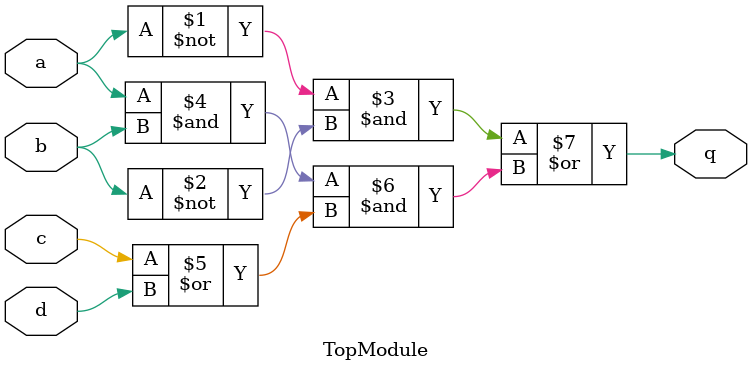
<source format=sv>


module TopModule (
  input a,
  input b,
  input c,
  input d,
  output q
);

assign q = (~a & ~b) | (a & b & (c | d));
endmodule

</source>
